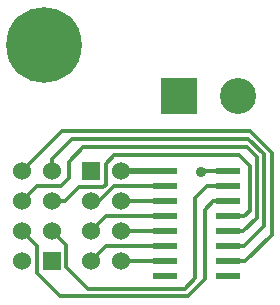
<source format=gbl>
G04 #@! TF.GenerationSoftware,KiCad,Pcbnew,(5.1.5)-3*
G04 #@! TF.CreationDate,2022-05-04T20:17:43+02:00*
G04 #@! TF.ProjectId,wa2amp,77613261-6d70-42e6-9b69-6361645f7063,0432 -*
G04 #@! TF.SameCoordinates,Original*
G04 #@! TF.FileFunction,Copper,L2,Bot*
G04 #@! TF.FilePolarity,Positive*
%FSLAX46Y46*%
G04 Gerber Fmt 4.6, Leading zero omitted, Abs format (unit mm)*
G04 Created by KiCad (PCBNEW (5.1.5)-3) date 2022-05-04 20:17:43*
%MOMM*%
%LPD*%
G04 APERTURE LIST*
%ADD10R,2.000000X0.600000*%
%ADD11R,3.048000X3.048000*%
%ADD12C,3.048000*%
%ADD13C,1.524000*%
%ADD14R,1.524000X1.524000*%
%ADD15C,6.400800*%
%ADD16C,0.889000*%
%ADD17C,0.508000*%
%ADD18C,0.304800*%
G04 APERTURE END LIST*
D10*
X130700000Y-88655000D03*
X136100000Y-88655000D03*
X130700000Y-89925000D03*
X136100000Y-89925000D03*
X130700000Y-91195000D03*
X136100000Y-91195000D03*
X130700000Y-92465000D03*
X136100000Y-92465000D03*
X130700000Y-93735000D03*
X136100000Y-93735000D03*
X130700000Y-95005000D03*
X136100000Y-95005000D03*
X130700000Y-96275000D03*
X136100000Y-96275000D03*
X130700000Y-97545000D03*
X136100000Y-97545000D03*
D11*
X131900640Y-82300000D03*
D12*
X136899360Y-82300000D03*
D13*
X118630000Y-88646000D03*
X121170000Y-88646000D03*
X118630000Y-91186000D03*
X121170000Y-91186000D03*
X118630000Y-93726000D03*
X121170000Y-93726000D03*
X118630000Y-96266000D03*
D14*
X121170000Y-96266000D03*
D13*
X127000000Y-96266000D03*
X124460000Y-96266000D03*
X127000000Y-93726000D03*
X124460000Y-93726000D03*
X127000000Y-91186000D03*
X124460000Y-91186000D03*
X127000000Y-88646000D03*
D14*
X124460000Y-88646000D03*
D15*
X120523000Y-77978000D03*
D16*
X133800000Y-88700000D03*
D17*
X130691000Y-88646000D02*
X130700000Y-88655000D01*
X127000000Y-88646000D02*
X130691000Y-88646000D01*
D18*
X130691000Y-96266000D02*
X130700000Y-96275000D01*
X127000000Y-96266000D02*
X130691000Y-96266000D01*
X125721000Y-95005000D02*
X130700000Y-95005000D01*
X124460000Y-96266000D02*
X125721000Y-95005000D01*
X130691000Y-93726000D02*
X130700000Y-93735000D01*
X127000000Y-93726000D02*
X130691000Y-93726000D01*
X125721000Y-92465000D02*
X130700000Y-92465000D01*
X124460000Y-93726000D02*
X125721000Y-92465000D01*
X130691000Y-91186000D02*
X130700000Y-91195000D01*
X127000000Y-91186000D02*
X130691000Y-91186000D01*
X126375000Y-89925000D02*
X130700000Y-89925000D01*
X124460000Y-91186000D02*
X125114000Y-91186000D01*
X125114000Y-91186000D02*
X126375000Y-89925000D01*
X119391999Y-87884001D02*
X118630000Y-88646000D01*
X122044521Y-85231479D02*
X119391999Y-87884001D01*
X137525000Y-96275000D02*
X139758809Y-94041191D01*
X136100000Y-96275000D02*
X137525000Y-96275000D01*
X139758809Y-94041191D02*
X139758809Y-87087981D01*
X139758809Y-87087981D02*
X137902307Y-85231479D01*
X137902307Y-85231479D02*
X122044521Y-85231479D01*
X137780552Y-85900000D02*
X122838370Y-85900000D01*
X139100000Y-93300000D02*
X139100000Y-87219448D01*
X136100000Y-95005000D02*
X137395000Y-95005000D01*
X139100000Y-87219448D02*
X137780552Y-85900000D01*
X137395000Y-95005000D02*
X139100000Y-93300000D01*
X122838370Y-85900000D02*
X121170000Y-87568370D01*
X121170000Y-87568370D02*
X121170000Y-88646000D01*
X138500000Y-92600000D02*
X138500000Y-87409724D01*
X138500000Y-87409724D02*
X137690276Y-86600000D01*
X136100000Y-93735000D02*
X137365000Y-93735000D01*
X137690276Y-86600000D02*
X123823568Y-86600000D01*
X137365000Y-93735000D02*
X138500000Y-92600000D01*
X123823568Y-86600000D02*
X122600000Y-87823568D01*
X122600000Y-87823568D02*
X122600000Y-89200000D01*
X122600000Y-89200000D02*
X121900000Y-89900000D01*
X121900000Y-89900000D02*
X119916000Y-89900000D01*
X119916000Y-89900000D02*
X119391999Y-90424001D01*
X119391999Y-90424001D02*
X118630000Y-91186000D01*
X137404800Y-92465000D02*
X136100000Y-92465000D01*
X137900000Y-91969800D02*
X137404800Y-92465000D01*
X137900000Y-88200000D02*
X137900000Y-91969800D01*
X137000000Y-87300000D02*
X137900000Y-88200000D01*
X126400000Y-87300000D02*
X137000000Y-87300000D01*
X125700000Y-88000000D02*
X126400000Y-87300000D01*
X122247630Y-91186000D02*
X123433630Y-90000000D01*
X121170000Y-91186000D02*
X122247630Y-91186000D01*
X125700000Y-89800000D02*
X125700000Y-88000000D01*
X123433630Y-90000000D02*
X125500000Y-90000000D01*
X125500000Y-90000000D02*
X125700000Y-89800000D01*
X134795200Y-91195000D02*
X136100000Y-91195000D01*
X134100000Y-91890200D02*
X134795200Y-91195000D01*
X134100000Y-97800000D02*
X134100000Y-91890200D01*
X119900000Y-94996000D02*
X119900000Y-97251522D01*
X118630000Y-93726000D02*
X119900000Y-94996000D01*
X119900000Y-97251522D02*
X121848478Y-99200000D01*
X121848478Y-99200000D02*
X132700000Y-99200000D01*
X132700000Y-99200000D02*
X134100000Y-97800000D01*
X122338401Y-94894401D02*
X122338401Y-96738401D01*
X121170000Y-93726000D02*
X122338401Y-94894401D01*
X122338401Y-96738401D02*
X124200000Y-98600000D01*
X124200000Y-98600000D02*
X132400000Y-98600000D01*
X132400000Y-98600000D02*
X133300000Y-97700000D01*
X133300000Y-97700000D02*
X133300000Y-90900000D01*
X134275000Y-89925000D02*
X136100000Y-89925000D01*
X133300000Y-90900000D02*
X134275000Y-89925000D01*
X136100000Y-88655000D02*
X133845000Y-88655000D01*
X133845000Y-88655000D02*
X133800000Y-88700000D01*
M02*

</source>
